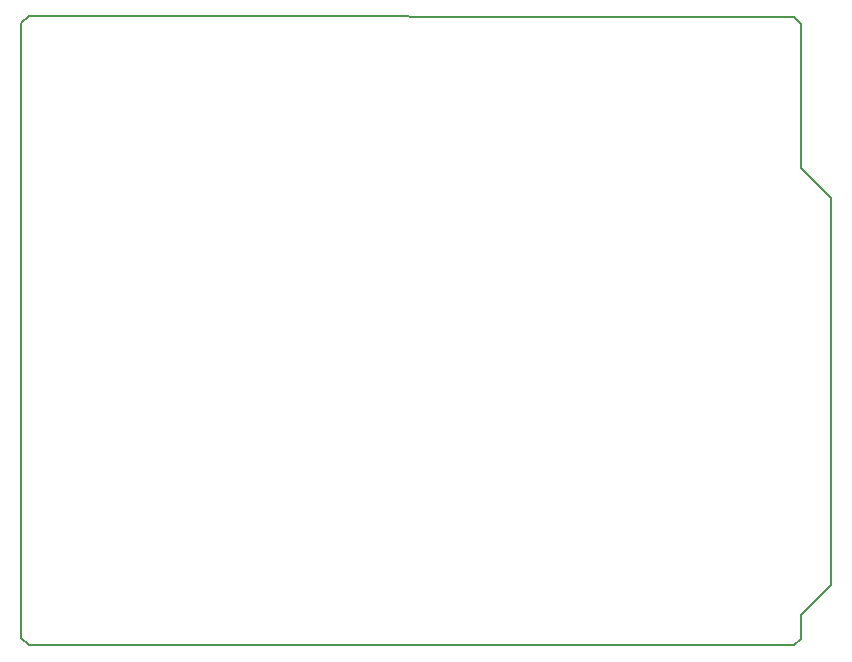
<source format=gbr>
G04 #@! TF.GenerationSoftware,KiCad,Pcbnew,(5.0.2)-1*
G04 #@! TF.CreationDate,2019-07-25T17:15:10-07:00*
G04 #@! TF.ProjectId,Arduino_uno_sheild,41726475-696e-46f5-9f75-6e6f5f736865,rev?*
G04 #@! TF.SameCoordinates,Original*
G04 #@! TF.FileFunction,Profile,NP*
%FSLAX46Y46*%
G04 Gerber Fmt 4.6, Leading zero omitted, Abs format (unit mm)*
G04 Created by KiCad (PCBNEW (5.0.2)-1) date 7/25/2019 5:15:10 PM*
%MOMM*%
%LPD*%
G01*
G04 APERTURE LIST*
%ADD10C,0.150000*%
G04 APERTURE END LIST*
D10*
X65405000Y0D02*
X635000Y0D01*
X66040000Y571500D02*
X65405000Y0D01*
X66040000Y2540000D02*
X66040000Y571500D01*
X68580000Y5080000D02*
X66040000Y2540000D01*
X68580000Y37846000D02*
X68580000Y5080000D01*
X66040000Y40386000D02*
X68580000Y37846000D01*
X66040000Y52641500D02*
X66040000Y40386000D01*
X65405000Y53213000D02*
X66040000Y52641500D01*
X635000Y53276500D02*
X65405000Y53213000D01*
X0Y52705000D02*
X635000Y53276500D01*
X0Y635000D02*
X0Y52705000D01*
X635000Y0D02*
X0Y635000D01*
M02*

</source>
